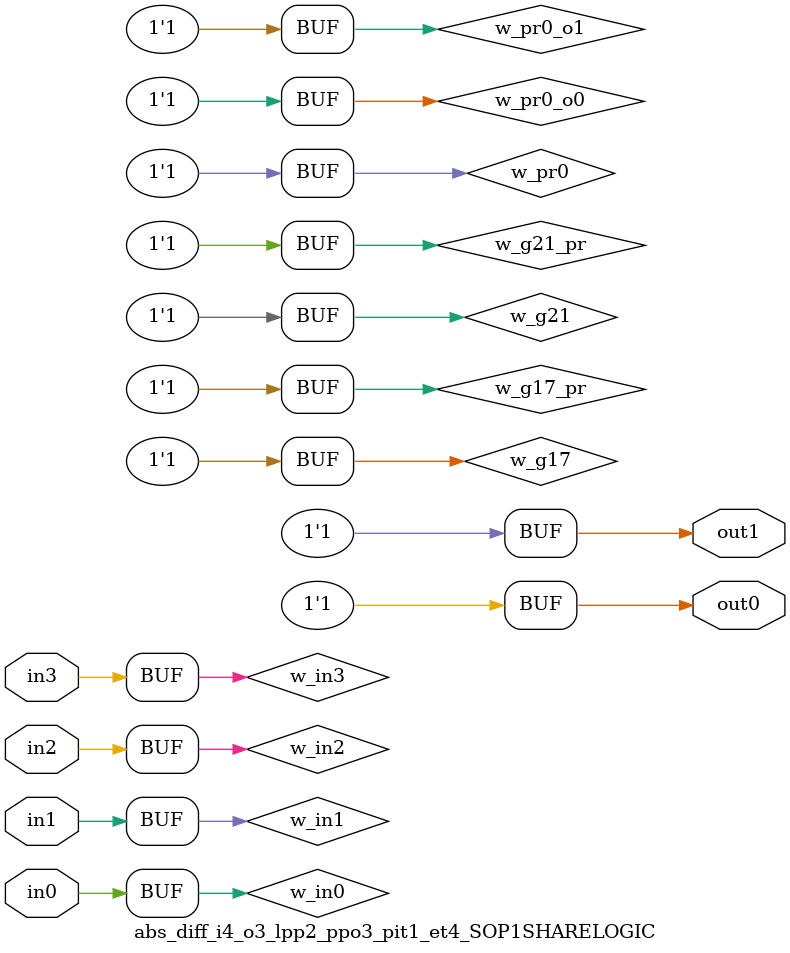
<source format=v>
module abs_diff_i4_o3_lpp2_ppo3_pit1_et4_SOP1SHARELOGIC (in0, in1, in2, in3, out0, out1);
// declaring inputs
input in0,  in1,  in2,  in3;
// declaring outputs
output out0,  out1;
// JSON model input
wire w_in3, w_in2, w_in1, w_in0;
// JSON model output
wire w_g17, w_g21;
//json model
wire w_g17_pr, w_g21_pr, w_pr0_o0, w_pr0_o1, w_pr0;
// JSON model input assign
assign w_in3 = in3;
assign w_in2 = in2;
assign w_in1 = in1;
assign w_in0 = in0;

//json model assigns (approximated Shared/XPAT part)
//assign literals to products
assign w_pr0 = 1;
//if a product has literals and if the product is being "activated" for that output
assign w_pr0_o0 = w_pr0 & 1;
assign w_pr0_o1 = w_pr0 & 1;
//compose an output with corresponding products (OR)
assign w_g17 = w_pr0_o0;
assign w_g21 = w_pr0_o1;
//if an output has products and if it is part of the JSON model
assign w_g17_pr = w_g17 & 1;
assign w_g21_pr = w_g21 & 1;
// output assigns
assign out0 = w_g17_pr;
assign out1 = w_g21_pr;
endmodule
</source>
